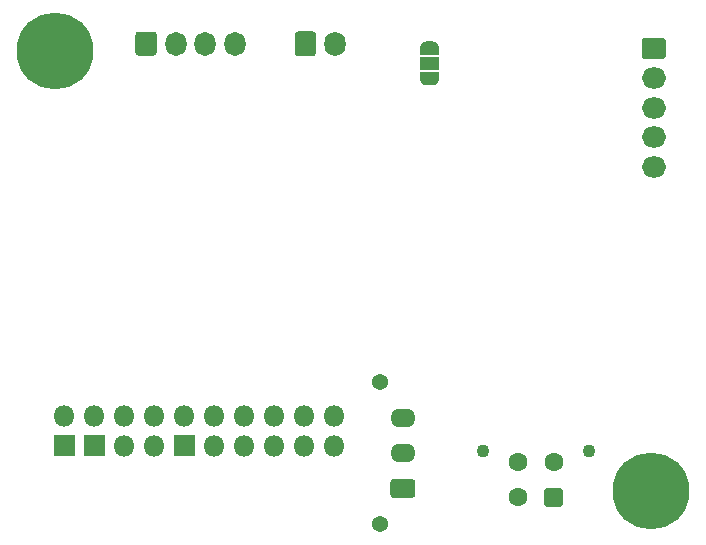
<source format=gbr>
%TF.GenerationSoftware,KiCad,Pcbnew,(5.1.12-1-10_14)*%
%TF.CreationDate,2023-02-08T21:42:28+01:00*%
%TF.ProjectId,SmartDisplay,536d6172-7444-4697-9370-6c61792e6b69,rev?*%
%TF.SameCoordinates,Original*%
%TF.FileFunction,Soldermask,Bot*%
%TF.FilePolarity,Negative*%
%FSLAX46Y46*%
G04 Gerber Fmt 4.6, Leading zero omitted, Abs format (unit mm)*
G04 Created by KiCad (PCBNEW (5.1.12-1-10_14)) date 2023-02-08 21:42:28*
%MOMM*%
%LPD*%
G01*
G04 APERTURE LIST*
%ADD10C,0.100000*%
%ADD11C,0.900000*%
%ADD12C,6.500000*%
%ADD13O,2.120000X1.600000*%
%ADD14C,1.370000*%
%ADD15O,1.800000X2.050000*%
%ADD16O,1.800000X2.100000*%
%ADD17O,2.050000X1.800000*%
%ADD18O,1.800000X1.800000*%
%ADD19C,1.600000*%
%ADD20C,1.100000*%
G04 APERTURE END LIST*
D10*
%TO.C,JP3*%
G36*
X163299039Y-81179755D02*
G01*
X163296194Y-81189134D01*
X163291573Y-81197779D01*
X163285355Y-81205355D01*
X163277779Y-81211573D01*
X163269134Y-81216194D01*
X163259755Y-81219039D01*
X163250000Y-81220000D01*
X161750000Y-81220000D01*
X161740245Y-81219039D01*
X161730866Y-81216194D01*
X161722221Y-81211573D01*
X161714645Y-81205355D01*
X161708427Y-81197779D01*
X161703806Y-81189134D01*
X161700961Y-81179755D01*
X161700000Y-81170000D01*
X161700000Y-80620000D01*
X161700602Y-80613889D01*
X161700602Y-80595466D01*
X161700843Y-80590565D01*
X161705653Y-80541734D01*
X161706373Y-80536881D01*
X161715945Y-80488756D01*
X161717137Y-80483995D01*
X161731381Y-80437040D01*
X161733034Y-80432421D01*
X161751811Y-80387088D01*
X161753909Y-80382651D01*
X161777040Y-80339378D01*
X161779562Y-80335171D01*
X161806822Y-80294372D01*
X161809746Y-80290430D01*
X161840874Y-80252501D01*
X161844169Y-80248866D01*
X161878866Y-80214169D01*
X161882501Y-80210874D01*
X161920430Y-80179746D01*
X161924372Y-80176822D01*
X161965171Y-80149562D01*
X161969378Y-80147040D01*
X162012651Y-80123909D01*
X162017088Y-80121811D01*
X162062421Y-80103034D01*
X162067040Y-80101381D01*
X162113995Y-80087137D01*
X162118756Y-80085945D01*
X162166881Y-80076373D01*
X162171734Y-80075653D01*
X162220565Y-80070843D01*
X162225466Y-80070602D01*
X162243889Y-80070602D01*
X162250000Y-80070000D01*
X162750000Y-80070000D01*
X162756111Y-80070602D01*
X162774534Y-80070602D01*
X162779435Y-80070843D01*
X162828266Y-80075653D01*
X162833119Y-80076373D01*
X162881244Y-80085945D01*
X162886005Y-80087137D01*
X162932960Y-80101381D01*
X162937579Y-80103034D01*
X162982912Y-80121811D01*
X162987349Y-80123909D01*
X163030622Y-80147040D01*
X163034829Y-80149562D01*
X163075628Y-80176822D01*
X163079570Y-80179746D01*
X163117499Y-80210874D01*
X163121134Y-80214169D01*
X163155831Y-80248866D01*
X163159126Y-80252501D01*
X163190254Y-80290430D01*
X163193178Y-80294372D01*
X163220438Y-80335171D01*
X163222960Y-80339378D01*
X163246091Y-80382651D01*
X163248189Y-80387088D01*
X163266966Y-80432421D01*
X163268619Y-80437040D01*
X163282863Y-80483995D01*
X163284055Y-80488756D01*
X163293627Y-80536881D01*
X163294347Y-80541734D01*
X163299157Y-80590565D01*
X163299398Y-80595466D01*
X163299398Y-80613889D01*
X163300000Y-80620000D01*
X163300000Y-81170000D01*
X163299039Y-81179755D01*
G37*
G36*
G01*
X161750000Y-81370000D02*
X163250000Y-81370000D01*
G75*
G02*
X163300000Y-81420000I0J-50000D01*
G01*
X163300000Y-82420000D01*
G75*
G02*
X163250000Y-82470000I-50000J0D01*
G01*
X161750000Y-82470000D01*
G75*
G02*
X161700000Y-82420000I0J50000D01*
G01*
X161700000Y-81420000D01*
G75*
G02*
X161750000Y-81370000I50000J0D01*
G01*
G37*
G36*
X163299398Y-83226111D02*
G01*
X163299398Y-83244534D01*
X163299157Y-83249435D01*
X163294347Y-83298266D01*
X163293627Y-83303119D01*
X163284055Y-83351244D01*
X163282863Y-83356005D01*
X163268619Y-83402960D01*
X163266966Y-83407579D01*
X163248189Y-83452912D01*
X163246091Y-83457349D01*
X163222960Y-83500622D01*
X163220438Y-83504829D01*
X163193178Y-83545628D01*
X163190254Y-83549570D01*
X163159126Y-83587499D01*
X163155831Y-83591134D01*
X163121134Y-83625831D01*
X163117499Y-83629126D01*
X163079570Y-83660254D01*
X163075628Y-83663178D01*
X163034829Y-83690438D01*
X163030622Y-83692960D01*
X162987349Y-83716091D01*
X162982912Y-83718189D01*
X162937579Y-83736966D01*
X162932960Y-83738619D01*
X162886005Y-83752863D01*
X162881244Y-83754055D01*
X162833119Y-83763627D01*
X162828266Y-83764347D01*
X162779435Y-83769157D01*
X162774534Y-83769398D01*
X162756111Y-83769398D01*
X162750000Y-83770000D01*
X162250000Y-83770000D01*
X162243889Y-83769398D01*
X162225466Y-83769398D01*
X162220565Y-83769157D01*
X162171734Y-83764347D01*
X162166881Y-83763627D01*
X162118756Y-83754055D01*
X162113995Y-83752863D01*
X162067040Y-83738619D01*
X162062421Y-83736966D01*
X162017088Y-83718189D01*
X162012651Y-83716091D01*
X161969378Y-83692960D01*
X161965171Y-83690438D01*
X161924372Y-83663178D01*
X161920430Y-83660254D01*
X161882501Y-83629126D01*
X161878866Y-83625831D01*
X161844169Y-83591134D01*
X161840874Y-83587499D01*
X161809746Y-83549570D01*
X161806822Y-83545628D01*
X161779562Y-83504829D01*
X161777040Y-83500622D01*
X161753909Y-83457349D01*
X161751811Y-83452912D01*
X161733034Y-83407579D01*
X161731381Y-83402960D01*
X161717137Y-83356005D01*
X161715945Y-83351244D01*
X161706373Y-83303119D01*
X161705653Y-83298266D01*
X161700843Y-83249435D01*
X161700602Y-83244534D01*
X161700602Y-83226111D01*
X161700000Y-83220000D01*
X161700000Y-82670000D01*
X161700961Y-82660245D01*
X161703806Y-82650866D01*
X161708427Y-82642221D01*
X161714645Y-82634645D01*
X161722221Y-82628427D01*
X161730866Y-82623806D01*
X161740245Y-82620961D01*
X161750000Y-82620000D01*
X163250000Y-82620000D01*
X163259755Y-82620961D01*
X163269134Y-82623806D01*
X163277779Y-82628427D01*
X163285355Y-82634645D01*
X163291573Y-82642221D01*
X163296194Y-82650866D01*
X163299039Y-82660245D01*
X163300000Y-82670000D01*
X163300000Y-83220000D01*
X163299398Y-83226111D01*
G37*
%TD*%
D11*
%TO.C,H2*%
X182972112Y-116459000D03*
X181275056Y-115756056D03*
X179578000Y-116459000D03*
X178875056Y-118156056D03*
X179578000Y-119853112D03*
X181275056Y-120556056D03*
X182972112Y-119853112D03*
X183675056Y-118156056D03*
D12*
X181275056Y-118156056D03*
%TD*%
D13*
%TO.C,J8*%
X160250000Y-111920000D03*
X160250000Y-114920000D03*
G36*
G01*
X161043334Y-118720000D02*
X159456666Y-118720000D01*
G75*
G02*
X159190000Y-118453334I0J266666D01*
G01*
X159190000Y-117386666D01*
G75*
G02*
X159456666Y-117120000I266666J0D01*
G01*
X161043334Y-117120000D01*
G75*
G02*
X161310000Y-117386666I0J-266666D01*
G01*
X161310000Y-118453334D01*
G75*
G02*
X161043334Y-118720000I-266666J0D01*
G01*
G37*
D14*
X158290000Y-108920000D03*
X158290000Y-120920000D03*
%TD*%
D15*
%TO.C,J4*%
X146000000Y-80264000D03*
X143500000Y-80264000D03*
X141000000Y-80264000D03*
G36*
G01*
X137600000Y-81024295D02*
X137600000Y-79503705D01*
G75*
G02*
X137864705Y-79239000I264705J0D01*
G01*
X139135295Y-79239000D01*
G75*
G02*
X139400000Y-79503705I0J-264705D01*
G01*
X139400000Y-81024295D01*
G75*
G02*
X139135295Y-81289000I-264705J0D01*
G01*
X137864705Y-81289000D01*
G75*
G02*
X137600000Y-81024295I0J264705D01*
G01*
G37*
%TD*%
D16*
%TO.C,J2*%
X154500000Y-80264000D03*
G36*
G01*
X151100000Y-81049295D02*
X151100000Y-79478705D01*
G75*
G02*
X151364705Y-79214000I264705J0D01*
G01*
X152635295Y-79214000D01*
G75*
G02*
X152900000Y-79478705I0J-264705D01*
G01*
X152900000Y-81049295D01*
G75*
G02*
X152635295Y-81314000I-264705J0D01*
G01*
X151364705Y-81314000D01*
G75*
G02*
X151100000Y-81049295I0J264705D01*
G01*
G37*
%TD*%
D17*
%TO.C,J6*%
X181500000Y-90670000D03*
X181500000Y-88170000D03*
X181500000Y-85670000D03*
X181500000Y-83170000D03*
G36*
G01*
X180739705Y-79770000D02*
X182260295Y-79770000D01*
G75*
G02*
X182525000Y-80034705I0J-264705D01*
G01*
X182525000Y-81305295D01*
G75*
G02*
X182260295Y-81570000I-264705J0D01*
G01*
X180739705Y-81570000D01*
G75*
G02*
X180475000Y-81305295I0J264705D01*
G01*
X180475000Y-80034705D01*
G75*
G02*
X180739705Y-79770000I264705J0D01*
G01*
G37*
%TD*%
D18*
%TO.C,J5*%
X139192000Y-111760000D03*
X139192000Y-114300000D03*
X136652000Y-111760000D03*
X136652000Y-114300000D03*
X134112000Y-111760000D03*
G36*
G01*
X134962000Y-115200000D02*
X133262000Y-115200000D01*
G75*
G02*
X133212000Y-115150000I0J50000D01*
G01*
X133212000Y-113450000D01*
G75*
G02*
X133262000Y-113400000I50000J0D01*
G01*
X134962000Y-113400000D01*
G75*
G02*
X135012000Y-113450000I0J-50000D01*
G01*
X135012000Y-115150000D01*
G75*
G02*
X134962000Y-115200000I-50000J0D01*
G01*
G37*
%TD*%
%TO.C,J3*%
X131572000Y-111760000D03*
G36*
G01*
X132422000Y-115200000D02*
X130722000Y-115200000D01*
G75*
G02*
X130672000Y-115150000I0J50000D01*
G01*
X130672000Y-113450000D01*
G75*
G02*
X130722000Y-113400000I50000J0D01*
G01*
X132422000Y-113400000D01*
G75*
G02*
X132472000Y-113450000I0J-50000D01*
G01*
X132472000Y-115150000D01*
G75*
G02*
X132422000Y-115200000I-50000J0D01*
G01*
G37*
%TD*%
%TO.C,J7*%
X154432000Y-111760000D03*
X154432000Y-114300000D03*
X151892000Y-111760000D03*
X151892000Y-114300000D03*
X149352000Y-111760000D03*
X149352000Y-114300000D03*
X146812000Y-111760000D03*
X146812000Y-114300000D03*
X144272000Y-111760000D03*
X144272000Y-114300000D03*
X141732000Y-111760000D03*
G36*
G01*
X142582000Y-115200000D02*
X140882000Y-115200000D01*
G75*
G02*
X140832000Y-115150000I0J50000D01*
G01*
X140832000Y-113450000D01*
G75*
G02*
X140882000Y-113400000I50000J0D01*
G01*
X142582000Y-113400000D01*
G75*
G02*
X142632000Y-113450000I0J-50000D01*
G01*
X142632000Y-115150000D01*
G75*
G02*
X142582000Y-115200000I-50000J0D01*
G01*
G37*
%TD*%
D11*
%TO.C,H1*%
X132507056Y-79201944D03*
X130810000Y-78499000D03*
X129112944Y-79201944D03*
X128410000Y-80899000D03*
X129112944Y-82596056D03*
X130810000Y-83299000D03*
X132507056Y-82596056D03*
X133210000Y-80899000D03*
D12*
X130810000Y-80899000D03*
%TD*%
D19*
%TO.C,J1*%
X170000000Y-115670000D03*
X173000000Y-115670000D03*
X170000000Y-118670000D03*
G36*
G01*
X173800000Y-118136666D02*
X173800000Y-119203334D01*
G75*
G02*
X173533334Y-119470000I-266666J0D01*
G01*
X172466666Y-119470000D01*
G75*
G02*
X172200000Y-119203334I0J266666D01*
G01*
X172200000Y-118136666D01*
G75*
G02*
X172466666Y-117870000I266666J0D01*
G01*
X173533334Y-117870000D01*
G75*
G02*
X173800000Y-118136666I0J-266666D01*
G01*
G37*
D20*
X167000000Y-114730000D03*
X176000000Y-114730000D03*
%TD*%
M02*

</source>
